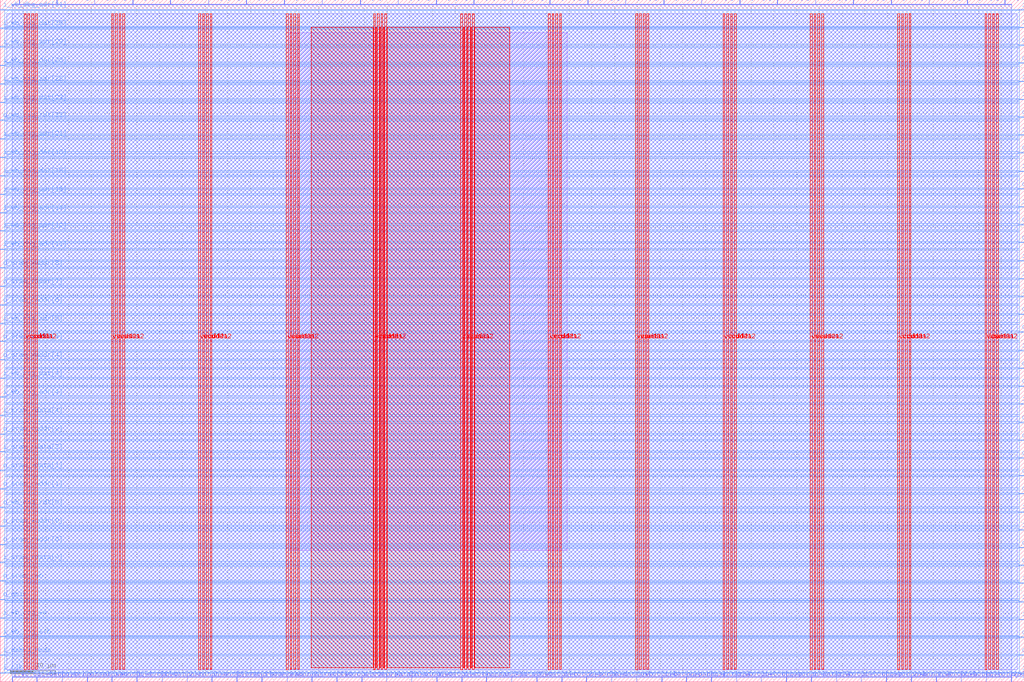
<source format=lef>
VERSION 5.7 ;
  NOWIREEXTENSIONATPIN ON ;
  DIVIDERCHAR "/" ;
  BUSBITCHARS "[]" ;
MACRO subservient
  CLASS BLOCK ;
  FOREIGN subservient ;
  ORIGIN 0.000 0.000 ;
  SIZE 900.000 BY 600.000 ;
  PIN i_clk
    DIRECTION INPUT ;
    USE SIGNAL ;
    PORT
      LAYER met3 ;
        RECT 0.000 7.520 4.000 8.120 ;
    END
  END i_clk
  PIN i_debug_mode
    DIRECTION INPUT ;
    USE SIGNAL ;
    PORT
      LAYER met3 ;
        RECT 0.000 23.160 4.000 23.760 ;
    END
  END i_debug_mode
  PIN i_rst
    DIRECTION INPUT ;
    USE SIGNAL ;
    PORT
      LAYER met3 ;
        RECT 896.000 7.520 900.000 8.120 ;
    END
  END i_rst
  PIN i_sram_rdata[0]
    DIRECTION INPUT ;
    USE SIGNAL ;
    PORT
      LAYER met3 ;
        RECT 0.000 104.760 4.000 105.360 ;
    END
  END i_sram_rdata[0]
  PIN i_sram_rdata[1]
    DIRECTION INPUT ;
    USE SIGNAL ;
    PORT
      LAYER met3 ;
        RECT 896.000 54.440 900.000 55.040 ;
    END
  END i_sram_rdata[1]
  PIN i_sram_rdata[2]
    DIRECTION INPUT ;
    USE SIGNAL ;
    PORT
      LAYER met3 ;
        RECT 0.000 202.000 4.000 202.600 ;
    END
  END i_sram_rdata[2]
  PIN i_sram_rdata[3]
    DIRECTION INPUT ;
    USE SIGNAL ;
    PORT
      LAYER met2 ;
        RECT 149.590 596.000 149.870 600.000 ;
    END
  END i_sram_rdata[3]
  PIN i_sram_rdata[4]
    DIRECTION INPUT ;
    USE SIGNAL ;
    PORT
      LAYER met3 ;
        RECT 0.000 233.960 4.000 234.560 ;
    END
  END i_sram_rdata[4]
  PIN i_sram_rdata[5]
    DIRECTION INPUT ;
    USE SIGNAL ;
    PORT
      LAYER met3 ;
        RECT 896.000 133.320 900.000 133.920 ;
    END
  END i_sram_rdata[5]
  PIN i_sram_rdata[6]
    DIRECTION INPUT ;
    USE SIGNAL ;
    PORT
      LAYER met2 ;
        RECT 317.950 0.000 318.230 4.000 ;
    END
  END i_sram_rdata[6]
  PIN i_sram_rdata[7]
    DIRECTION INPUT ;
    USE SIGNAL ;
    PORT
      LAYER met2 ;
        RECT 282.990 596.000 283.270 600.000 ;
    END
  END i_sram_rdata[7]
  PIN i_wb_dbg_adr[0]
    DIRECTION INPUT ;
    USE SIGNAL ;
    PORT
      LAYER met2 ;
        RECT 49.770 596.000 50.050 600.000 ;
    END
  END i_wb_dbg_adr[0]
  PIN i_wb_dbg_adr[10]
    DIRECTION INPUT ;
    USE SIGNAL ;
    PORT
      LAYER met3 ;
        RECT 896.000 291.080 900.000 291.680 ;
    END
  END i_wb_dbg_adr[10]
  PIN i_wb_dbg_adr[11]
    DIRECTION INPUT ;
    USE SIGNAL ;
    PORT
      LAYER met3 ;
        RECT 0.000 380.160 4.000 380.760 ;
    END
  END i_wb_dbg_adr[11]
  PIN i_wb_dbg_adr[12]
    DIRECTION INPUT ;
    USE SIGNAL ;
    PORT
      LAYER met3 ;
        RECT 0.000 396.480 4.000 397.080 ;
    END
  END i_wb_dbg_adr[12]
  PIN i_wb_dbg_adr[13]
    DIRECTION INPUT ;
    USE SIGNAL ;
    PORT
      LAYER met3 ;
        RECT 896.000 338.680 900.000 339.280 ;
    END
  END i_wb_dbg_adr[13]
  PIN i_wb_dbg_adr[14]
    DIRECTION INPUT ;
    USE SIGNAL ;
    PORT
      LAYER met3 ;
        RECT 0.000 412.120 4.000 412.720 ;
    END
  END i_wb_dbg_adr[14]
  PIN i_wb_dbg_adr[15]
    DIRECTION INPUT ;
    USE SIGNAL ;
    PORT
      LAYER met3 ;
        RECT 0.000 428.440 4.000 429.040 ;
    END
  END i_wb_dbg_adr[15]
  PIN i_wb_dbg_adr[16]
    DIRECTION INPUT ;
    USE SIGNAL ;
    PORT
      LAYER met2 ;
        RECT 549.790 596.000 550.070 600.000 ;
    END
  END i_wb_dbg_adr[16]
  PIN i_wb_dbg_adr[17]
    DIRECTION INPUT ;
    USE SIGNAL ;
    PORT
      LAYER met2 ;
        RECT 668.930 0.000 669.210 4.000 ;
    END
  END i_wb_dbg_adr[17]
  PIN i_wb_dbg_adr[18]
    DIRECTION INPUT ;
    USE SIGNAL ;
    PORT
      LAYER met2 ;
        RECT 583.370 596.000 583.650 600.000 ;
    END
  END i_wb_dbg_adr[18]
  PIN i_wb_dbg_adr[19]
    DIRECTION INPUT ;
    USE SIGNAL ;
    PORT
      LAYER met3 ;
        RECT 896.000 369.960 900.000 370.560 ;
    END
  END i_wb_dbg_adr[19]
  PIN i_wb_dbg_adr[1]
    DIRECTION INPUT ;
    USE SIGNAL ;
    PORT
      LAYER met3 ;
        RECT 896.000 70.080 900.000 70.680 ;
    END
  END i_wb_dbg_adr[1]
  PIN i_wb_dbg_adr[20]
    DIRECTION INPUT ;
    USE SIGNAL ;
    PORT
      LAYER met2 ;
        RECT 756.790 0.000 757.070 4.000 ;
    END
  END i_wb_dbg_adr[20]
  PIN i_wb_dbg_adr[21]
    DIRECTION INPUT ;
    USE SIGNAL ;
    PORT
      LAYER met3 ;
        RECT 0.000 477.400 4.000 478.000 ;
    END
  END i_wb_dbg_adr[21]
  PIN i_wb_dbg_adr[22]
    DIRECTION INPUT ;
    USE SIGNAL ;
    PORT
      LAYER met2 ;
        RECT 683.190 596.000 683.470 600.000 ;
    END
  END i_wb_dbg_adr[22]
  PIN i_wb_dbg_adr[23]
    DIRECTION INPUT ;
    USE SIGNAL ;
    PORT
      LAYER met2 ;
        RECT 778.870 0.000 779.150 4.000 ;
    END
  END i_wb_dbg_adr[23]
  PIN i_wb_dbg_adr[24]
    DIRECTION INPUT ;
    USE SIGNAL ;
    PORT
      LAYER met2 ;
        RECT 716.770 596.000 717.050 600.000 ;
    END
  END i_wb_dbg_adr[24]
  PIN i_wb_dbg_adr[25]
    DIRECTION INPUT ;
    USE SIGNAL ;
    PORT
      LAYER met2 ;
        RECT 749.890 596.000 750.170 600.000 ;
    END
  END i_wb_dbg_adr[25]
  PIN i_wb_dbg_adr[26]
    DIRECTION INPUT ;
    USE SIGNAL ;
    PORT
      LAYER met2 ;
        RECT 800.950 0.000 801.230 4.000 ;
    END
  END i_wb_dbg_adr[26]
  PIN i_wb_dbg_adr[27]
    DIRECTION INPUT ;
    USE SIGNAL ;
    PORT
      LAYER met2 ;
        RECT 823.030 0.000 823.310 4.000 ;
    END
  END i_wb_dbg_adr[27]
  PIN i_wb_dbg_adr[28]
    DIRECTION INPUT ;
    USE SIGNAL ;
    PORT
      LAYER met3 ;
        RECT 0.000 525.680 4.000 526.280 ;
    END
  END i_wb_dbg_adr[28]
  PIN i_wb_dbg_adr[29]
    DIRECTION INPUT ;
    USE SIGNAL ;
    PORT
      LAYER met3 ;
        RECT 0.000 558.320 4.000 558.920 ;
    END
  END i_wb_dbg_adr[29]
  PIN i_wb_dbg_adr[2]
    DIRECTION INPUT ;
    USE SIGNAL ;
    PORT
      LAYER met2 ;
        RECT 98.070 0.000 98.350 4.000 ;
    END
  END i_wb_dbg_adr[2]
  PIN i_wb_dbg_adr[30]
    DIRECTION INPUT ;
    USE SIGNAL ;
    PORT
      LAYER met3 ;
        RECT 896.000 575.320 900.000 575.920 ;
    END
  END i_wb_dbg_adr[30]
  PIN i_wb_dbg_adr[31]
    DIRECTION INPUT ;
    USE SIGNAL ;
    PORT
      LAYER met3 ;
        RECT 0.000 590.960 4.000 591.560 ;
    END
  END i_wb_dbg_adr[31]
  PIN i_wb_dbg_adr[3]
    DIRECTION INPUT ;
    USE SIGNAL ;
    PORT
      LAYER met2 ;
        RECT 164.310 0.000 164.590 4.000 ;
    END
  END i_wb_dbg_adr[3]
  PIN i_wb_dbg_adr[4]
    DIRECTION INPUT ;
    USE SIGNAL ;
    PORT
      LAYER met3 ;
        RECT 0.000 250.280 4.000 250.880 ;
    END
  END i_wb_dbg_adr[4]
  PIN i_wb_dbg_adr[5]
    DIRECTION INPUT ;
    USE SIGNAL ;
    PORT
      LAYER met3 ;
        RECT 0.000 314.880 4.000 315.480 ;
    END
  END i_wb_dbg_adr[5]
  PIN i_wb_dbg_adr[6]
    DIRECTION INPUT ;
    USE SIGNAL ;
    PORT
      LAYER met2 ;
        RECT 339.570 0.000 339.850 4.000 ;
    END
  END i_wb_dbg_adr[6]
  PIN i_wb_dbg_adr[7]
    DIRECTION INPUT ;
    USE SIGNAL ;
    PORT
      LAYER met3 ;
        RECT 896.000 244.160 900.000 244.760 ;
    END
  END i_wb_dbg_adr[7]
  PIN i_wb_dbg_adr[8]
    DIRECTION INPUT ;
    USE SIGNAL ;
    PORT
      LAYER met2 ;
        RECT 349.690 596.000 349.970 600.000 ;
    END
  END i_wb_dbg_adr[8]
  PIN i_wb_dbg_adr[9]
    DIRECTION INPUT ;
    USE SIGNAL ;
    PORT
      LAYER met2 ;
        RECT 493.670 0.000 493.950 4.000 ;
    END
  END i_wb_dbg_adr[9]
  PIN i_wb_dbg_dat[0]
    DIRECTION INPUT ;
    USE SIGNAL ;
    PORT
      LAYER met2 ;
        RECT 10.670 0.000 10.950 4.000 ;
    END
  END i_wb_dbg_dat[0]
  PIN i_wb_dbg_dat[10]
    DIRECTION INPUT ;
    USE SIGNAL ;
    PORT
      LAYER met2 ;
        RECT 515.290 0.000 515.570 4.000 ;
    END
  END i_wb_dbg_dat[10]
  PIN i_wb_dbg_dat[11]
    DIRECTION INPUT ;
    USE SIGNAL ;
    PORT
      LAYER met2 ;
        RECT 449.970 596.000 450.250 600.000 ;
    END
  END i_wb_dbg_dat[11]
  PIN i_wb_dbg_dat[12]
    DIRECTION INPUT ;
    USE SIGNAL ;
    PORT
      LAYER met2 ;
        RECT 559.450 0.000 559.730 4.000 ;
    END
  END i_wb_dbg_dat[12]
  PIN i_wb_dbg_dat[13]
    DIRECTION INPUT ;
    USE SIGNAL ;
    PORT
      LAYER met2 ;
        RECT 581.530 0.000 581.810 4.000 ;
    END
  END i_wb_dbg_dat[13]
  PIN i_wb_dbg_dat[14]
    DIRECTION INPUT ;
    USE SIGNAL ;
    PORT
      LAYER met2 ;
        RECT 483.090 596.000 483.370 600.000 ;
    END
  END i_wb_dbg_dat[14]
  PIN i_wb_dbg_dat[15]
    DIRECTION INPUT ;
    USE SIGNAL ;
    PORT
      LAYER met3 ;
        RECT 0.000 444.760 4.000 445.360 ;
    END
  END i_wb_dbg_dat[15]
  PIN i_wb_dbg_dat[16]
    DIRECTION INPUT ;
    USE SIGNAL ;
    PORT
      LAYER met3 ;
        RECT 896.000 354.320 900.000 354.920 ;
    END
  END i_wb_dbg_dat[16]
  PIN i_wb_dbg_dat[17]
    DIRECTION INPUT ;
    USE SIGNAL ;
    PORT
      LAYER met2 ;
        RECT 691.010 0.000 691.290 4.000 ;
    END
  END i_wb_dbg_dat[17]
  PIN i_wb_dbg_dat[18]
    DIRECTION INPUT ;
    USE SIGNAL ;
    PORT
      LAYER met3 ;
        RECT 0.000 461.080 4.000 461.680 ;
    END
  END i_wb_dbg_dat[18]
  PIN i_wb_dbg_dat[19]
    DIRECTION INPUT ;
    USE SIGNAL ;
    PORT
      LAYER met2 ;
        RECT 616.490 596.000 616.770 600.000 ;
    END
  END i_wb_dbg_dat[19]
  PIN i_wb_dbg_dat[1]
    DIRECTION INPUT ;
    USE SIGNAL ;
    PORT
      LAYER met3 ;
        RECT 896.000 86.400 900.000 87.000 ;
    END
  END i_wb_dbg_dat[1]
  PIN i_wb_dbg_dat[20]
    DIRECTION INPUT ;
    USE SIGNAL ;
    PORT
      LAYER met2 ;
        RECT 650.070 596.000 650.350 600.000 ;
    END
  END i_wb_dbg_dat[20]
  PIN i_wb_dbg_dat[21]
    DIRECTION INPUT ;
    USE SIGNAL ;
    PORT
      LAYER met3 ;
        RECT 896.000 417.560 900.000 418.160 ;
    END
  END i_wb_dbg_dat[21]
  PIN i_wb_dbg_dat[22]
    DIRECTION INPUT ;
    USE SIGNAL ;
    PORT
      LAYER met3 ;
        RECT 896.000 448.840 900.000 449.440 ;
    END
  END i_wb_dbg_dat[22]
  PIN i_wb_dbg_dat[23]
    DIRECTION INPUT ;
    USE SIGNAL ;
    PORT
      LAYER met3 ;
        RECT 0.000 509.360 4.000 509.960 ;
    END
  END i_wb_dbg_dat[23]
  PIN i_wb_dbg_dat[24]
    DIRECTION INPUT ;
    USE SIGNAL ;
    PORT
      LAYER met3 ;
        RECT 896.000 480.800 900.000 481.400 ;
    END
  END i_wb_dbg_dat[24]
  PIN i_wb_dbg_dat[25]
    DIRECTION INPUT ;
    USE SIGNAL ;
    PORT
      LAYER met3 ;
        RECT 896.000 512.080 900.000 512.680 ;
    END
  END i_wb_dbg_dat[25]
  PIN i_wb_dbg_dat[26]
    DIRECTION INPUT ;
    USE SIGNAL ;
    PORT
      LAYER met3 ;
        RECT 896.000 527.720 900.000 528.320 ;
    END
  END i_wb_dbg_dat[26]
  PIN i_wb_dbg_dat[27]
    DIRECTION INPUT ;
    USE SIGNAL ;
    PORT
      LAYER met2 ;
        RECT 850.170 596.000 850.450 600.000 ;
    END
  END i_wb_dbg_dat[27]
  PIN i_wb_dbg_dat[28]
    DIRECTION INPUT ;
    USE SIGNAL ;
    PORT
      LAYER met3 ;
        RECT 0.000 542.000 4.000 542.600 ;
    END
  END i_wb_dbg_dat[28]
  PIN i_wb_dbg_dat[29]
    DIRECTION INPUT ;
    USE SIGNAL ;
    PORT
      LAYER met3 ;
        RECT 0.000 574.640 4.000 575.240 ;
    END
  END i_wb_dbg_dat[29]
  PIN i_wb_dbg_dat[2]
    DIRECTION INPUT ;
    USE SIGNAL ;
    PORT
      LAYER met2 ;
        RECT 120.150 0.000 120.430 4.000 ;
    END
  END i_wb_dbg_dat[2]
  PIN i_wb_dbg_dat[30]
    DIRECTION INPUT ;
    USE SIGNAL ;
    PORT
      LAYER met3 ;
        RECT 896.000 590.960 900.000 591.560 ;
    END
  END i_wb_dbg_dat[30]
  PIN i_wb_dbg_dat[31]
    DIRECTION INPUT ;
    USE SIGNAL ;
    PORT
      LAYER met2 ;
        RECT 883.290 596.000 883.570 600.000 ;
    END
  END i_wb_dbg_dat[31]
  PIN i_wb_dbg_dat[3]
    DIRECTION INPUT ;
    USE SIGNAL ;
    PORT
      LAYER met2 ;
        RECT 185.930 0.000 186.210 4.000 ;
    END
  END i_wb_dbg_dat[3]
  PIN i_wb_dbg_dat[4]
    DIRECTION INPUT ;
    USE SIGNAL ;
    PORT
      LAYER met3 ;
        RECT 0.000 266.600 4.000 267.200 ;
    END
  END i_wb_dbg_dat[4]
  PIN i_wb_dbg_dat[5]
    DIRECTION INPUT ;
    USE SIGNAL ;
    PORT
      LAYER met3 ;
        RECT 896.000 148.960 900.000 149.560 ;
    END
  END i_wb_dbg_dat[5]
  PIN i_wb_dbg_dat[6]
    DIRECTION INPUT ;
    USE SIGNAL ;
    PORT
      LAYER met2 ;
        RECT 361.650 0.000 361.930 4.000 ;
    END
  END i_wb_dbg_dat[6]
  PIN i_wb_dbg_dat[7]
    DIRECTION INPUT ;
    USE SIGNAL ;
    PORT
      LAYER met2 ;
        RECT 405.810 0.000 406.090 4.000 ;
    END
  END i_wb_dbg_dat[7]
  PIN i_wb_dbg_dat[8]
    DIRECTION INPUT ;
    USE SIGNAL ;
    PORT
      LAYER met2 ;
        RECT 449.510 0.000 449.790 4.000 ;
    END
  END i_wb_dbg_dat[8]
  PIN i_wb_dbg_dat[9]
    DIRECTION INPUT ;
    USE SIGNAL ;
    PORT
      LAYER met2 ;
        RECT 383.270 596.000 383.550 600.000 ;
    END
  END i_wb_dbg_dat[9]
  PIN i_wb_dbg_sel[0]
    DIRECTION INPUT ;
    USE SIGNAL ;
    PORT
      LAYER met2 ;
        RECT 32.290 0.000 32.570 4.000 ;
    END
  END i_wb_dbg_sel[0]
  PIN i_wb_dbg_sel[1]
    DIRECTION INPUT ;
    USE SIGNAL ;
    PORT
      LAYER met2 ;
        RECT 54.370 0.000 54.650 4.000 ;
    END
  END i_wb_dbg_sel[1]
  PIN i_wb_dbg_sel[2]
    DIRECTION INPUT ;
    USE SIGNAL ;
    PORT
      LAYER met2 ;
        RECT 82.890 596.000 83.170 600.000 ;
    END
  END i_wb_dbg_sel[2]
  PIN i_wb_dbg_sel[3]
    DIRECTION INPUT ;
    USE SIGNAL ;
    PORT
      LAYER met2 ;
        RECT 183.170 596.000 183.450 600.000 ;
    END
  END i_wb_dbg_sel[3]
  PIN i_wb_dbg_stb
    DIRECTION INPUT ;
    USE SIGNAL ;
    PORT
      LAYER met3 ;
        RECT 0.000 39.480 4.000 40.080 ;
    END
  END i_wb_dbg_stb
  PIN i_wb_dbg_we
    DIRECTION INPUT ;
    USE SIGNAL ;
    PORT
      LAYER met3 ;
        RECT 0.000 55.800 4.000 56.400 ;
    END
  END i_wb_dbg_we
  PIN o_gpio
    DIRECTION OUTPUT TRISTATE ;
    USE SIGNAL ;
    PORT
      LAYER met3 ;
        RECT 0.000 72.120 4.000 72.720 ;
    END
  END o_gpio
  PIN o_sram_raddr[0]
    DIRECTION OUTPUT TRISTATE ;
    USE SIGNAL ;
    PORT
      LAYER met3 ;
        RECT 0.000 120.400 4.000 121.000 ;
    END
  END o_sram_raddr[0]
  PIN o_sram_raddr[1]
    DIRECTION OUTPUT TRISTATE ;
    USE SIGNAL ;
    PORT
      LAYER met3 ;
        RECT 0.000 169.360 4.000 169.960 ;
    END
  END o_sram_raddr[1]
  PIN o_sram_raddr[2]
    DIRECTION OUTPUT TRISTATE ;
    USE SIGNAL ;
    PORT
      LAYER met3 ;
        RECT 0.000 217.640 4.000 218.240 ;
    END
  END o_sram_raddr[2]
  PIN o_sram_raddr[3]
    DIRECTION OUTPUT TRISTATE ;
    USE SIGNAL ;
    PORT
      LAYER met2 ;
        RECT 208.010 0.000 208.290 4.000 ;
    END
  END o_sram_raddr[3]
  PIN o_sram_raddr[4]
    DIRECTION OUTPUT TRISTATE ;
    USE SIGNAL ;
    PORT
      LAYER met2 ;
        RECT 273.790 0.000 274.070 4.000 ;
    END
  END o_sram_raddr[4]
  PIN o_sram_raddr[5]
    DIRECTION OUTPUT TRISTATE ;
    USE SIGNAL ;
    PORT
      LAYER met3 ;
        RECT 896.000 165.280 900.000 165.880 ;
    END
  END o_sram_raddr[5]
  PIN o_sram_raddr[6]
    DIRECTION OUTPUT TRISTATE ;
    USE SIGNAL ;
    PORT
      LAYER met3 ;
        RECT 0.000 331.200 4.000 331.800 ;
    END
  END o_sram_raddr[6]
  PIN o_sram_raddr[7]
    DIRECTION OUTPUT TRISTATE ;
    USE SIGNAL ;
    PORT
      LAYER met3 ;
        RECT 0.000 347.520 4.000 348.120 ;
    END
  END o_sram_raddr[7]
  PIN o_sram_raddr[8]
    DIRECTION OUTPUT TRISTATE ;
    USE SIGNAL ;
    PORT
      LAYER met3 ;
        RECT 896.000 275.440 900.000 276.040 ;
    END
  END o_sram_raddr[8]
  PIN o_sram_ren
    DIRECTION OUTPUT TRISTATE ;
    USE SIGNAL ;
    PORT
      LAYER met3 ;
        RECT 0.000 88.440 4.000 89.040 ;
    END
  END o_sram_ren
  PIN o_sram_waddr[0]
    DIRECTION OUTPUT TRISTATE ;
    USE SIGNAL ;
    PORT
      LAYER met3 ;
        RECT 0.000 136.720 4.000 137.320 ;
    END
  END o_sram_waddr[0]
  PIN o_sram_waddr[1]
    DIRECTION OUTPUT TRISTATE ;
    USE SIGNAL ;
    PORT
      LAYER met2 ;
        RECT 76.450 0.000 76.730 4.000 ;
    END
  END o_sram_waddr[1]
  PIN o_sram_waddr[2]
    DIRECTION OUTPUT TRISTATE ;
    USE SIGNAL ;
    PORT
      LAYER met3 ;
        RECT 896.000 117.680 900.000 118.280 ;
    END
  END o_sram_waddr[2]
  PIN o_sram_waddr[3]
    DIRECTION OUTPUT TRISTATE ;
    USE SIGNAL ;
    PORT
      LAYER met2 ;
        RECT 230.090 0.000 230.370 4.000 ;
    END
  END o_sram_waddr[3]
  PIN o_sram_waddr[4]
    DIRECTION OUTPUT TRISTATE ;
    USE SIGNAL ;
    PORT
      LAYER met3 ;
        RECT 0.000 282.920 4.000 283.520 ;
    END
  END o_sram_waddr[4]
  PIN o_sram_waddr[5]
    DIRECTION OUTPUT TRISTATE ;
    USE SIGNAL ;
    PORT
      LAYER met3 ;
        RECT 896.000 180.920 900.000 181.520 ;
    END
  END o_sram_waddr[5]
  PIN o_sram_waddr[6]
    DIRECTION OUTPUT TRISTATE ;
    USE SIGNAL ;
    PORT
      LAYER met2 ;
        RECT 249.870 596.000 250.150 600.000 ;
    END
  END o_sram_waddr[6]
  PIN o_sram_waddr[7]
    DIRECTION OUTPUT TRISTATE ;
    USE SIGNAL ;
    PORT
      LAYER met2 ;
        RECT 316.570 596.000 316.850 600.000 ;
    END
  END o_sram_waddr[7]
  PIN o_sram_waddr[8]
    DIRECTION OUTPUT TRISTATE ;
    USE SIGNAL ;
    PORT
      LAYER met3 ;
        RECT 0.000 363.840 4.000 364.440 ;
    END
  END o_sram_waddr[8]
  PIN o_sram_wdata[0]
    DIRECTION OUTPUT TRISTATE ;
    USE SIGNAL ;
    PORT
      LAYER met3 ;
        RECT 896.000 38.800 900.000 39.400 ;
    END
  END o_sram_wdata[0]
  PIN o_sram_wdata[1]
    DIRECTION OUTPUT TRISTATE ;
    USE SIGNAL ;
    PORT
      LAYER met3 ;
        RECT 0.000 185.680 4.000 186.280 ;
    END
  END o_sram_wdata[1]
  PIN o_sram_wdata[2]
    DIRECTION OUTPUT TRISTATE ;
    USE SIGNAL ;
    PORT
      LAYER met2 ;
        RECT 116.470 596.000 116.750 600.000 ;
    END
  END o_sram_wdata[2]
  PIN o_sram_wdata[3]
    DIRECTION OUTPUT TRISTATE ;
    USE SIGNAL ;
    PORT
      LAYER met2 ;
        RECT 216.290 596.000 216.570 600.000 ;
    END
  END o_sram_wdata[3]
  PIN o_sram_wdata[4]
    DIRECTION OUTPUT TRISTATE ;
    USE SIGNAL ;
    PORT
      LAYER met3 ;
        RECT 0.000 299.240 4.000 299.840 ;
    END
  END o_sram_wdata[4]
  PIN o_sram_wdata[5]
    DIRECTION OUTPUT TRISTATE ;
    USE SIGNAL ;
    PORT
      LAYER met3 ;
        RECT 896.000 196.560 900.000 197.160 ;
    END
  END o_sram_wdata[5]
  PIN o_sram_wdata[6]
    DIRECTION OUTPUT TRISTATE ;
    USE SIGNAL ;
    PORT
      LAYER met3 ;
        RECT 896.000 227.840 900.000 228.440 ;
    END
  END o_sram_wdata[6]
  PIN o_sram_wdata[7]
    DIRECTION OUTPUT TRISTATE ;
    USE SIGNAL ;
    PORT
      LAYER met2 ;
        RECT 427.430 0.000 427.710 4.000 ;
    END
  END o_sram_wdata[7]
  PIN o_sram_wen
    DIRECTION OUTPUT TRISTATE ;
    USE SIGNAL ;
    PORT
      LAYER met2 ;
        RECT 16.650 596.000 16.930 600.000 ;
    END
  END o_sram_wen
  PIN o_wb_dbg_ack
    DIRECTION OUTPUT TRISTATE ;
    USE SIGNAL ;
    PORT
      LAYER met3 ;
        RECT 896.000 23.160 900.000 23.760 ;
    END
  END o_wb_dbg_ack
  PIN o_wb_dbg_rdt[0]
    DIRECTION OUTPUT TRISTATE ;
    USE SIGNAL ;
    PORT
      LAYER met3 ;
        RECT 0.000 153.040 4.000 153.640 ;
    END
  END o_wb_dbg_rdt[0]
  PIN o_wb_dbg_rdt[10]
    DIRECTION OUTPUT TRISTATE ;
    USE SIGNAL ;
    PORT
      LAYER met3 ;
        RECT 896.000 307.400 900.000 308.000 ;
    END
  END o_wb_dbg_rdt[10]
  PIN o_wb_dbg_rdt[11]
    DIRECTION OUTPUT TRISTATE ;
    USE SIGNAL ;
    PORT
      LAYER met2 ;
        RECT 537.370 0.000 537.650 4.000 ;
    END
  END o_wb_dbg_rdt[11]
  PIN o_wb_dbg_rdt[12]
    DIRECTION OUTPUT TRISTATE ;
    USE SIGNAL ;
    PORT
      LAYER met3 ;
        RECT 896.000 323.040 900.000 323.640 ;
    END
  END o_wb_dbg_rdt[12]
  PIN o_wb_dbg_rdt[13]
    DIRECTION OUTPUT TRISTATE ;
    USE SIGNAL ;
    PORT
      LAYER met2 ;
        RECT 603.150 0.000 603.430 4.000 ;
    END
  END o_wb_dbg_rdt[13]
  PIN o_wb_dbg_rdt[14]
    DIRECTION OUTPUT TRISTATE ;
    USE SIGNAL ;
    PORT
      LAYER met2 ;
        RECT 625.230 0.000 625.510 4.000 ;
    END
  END o_wb_dbg_rdt[14]
  PIN o_wb_dbg_rdt[15]
    DIRECTION OUTPUT TRISTATE ;
    USE SIGNAL ;
    PORT
      LAYER met2 ;
        RECT 516.670 596.000 516.950 600.000 ;
    END
  END o_wb_dbg_rdt[15]
  PIN o_wb_dbg_rdt[16]
    DIRECTION OUTPUT TRISTATE ;
    USE SIGNAL ;
    PORT
      LAYER met2 ;
        RECT 647.310 0.000 647.590 4.000 ;
    END
  END o_wb_dbg_rdt[16]
  PIN o_wb_dbg_rdt[17]
    DIRECTION OUTPUT TRISTATE ;
    USE SIGNAL ;
    PORT
      LAYER met2 ;
        RECT 713.090 0.000 713.370 4.000 ;
    END
  END o_wb_dbg_rdt[17]
  PIN o_wb_dbg_rdt[18]
    DIRECTION OUTPUT TRISTATE ;
    USE SIGNAL ;
    PORT
      LAYER met2 ;
        RECT 735.170 0.000 735.450 4.000 ;
    END
  END o_wb_dbg_rdt[18]
  PIN o_wb_dbg_rdt[19]
    DIRECTION OUTPUT TRISTATE ;
    USE SIGNAL ;
    PORT
      LAYER met3 ;
        RECT 896.000 386.280 900.000 386.880 ;
    END
  END o_wb_dbg_rdt[19]
  PIN o_wb_dbg_rdt[1]
    DIRECTION OUTPUT TRISTATE ;
    USE SIGNAL ;
    PORT
      LAYER met3 ;
        RECT 896.000 102.040 900.000 102.640 ;
    END
  END o_wb_dbg_rdt[1]
  PIN o_wb_dbg_rdt[20]
    DIRECTION OUTPUT TRISTATE ;
    USE SIGNAL ;
    PORT
      LAYER met3 ;
        RECT 896.000 401.920 900.000 402.520 ;
    END
  END o_wb_dbg_rdt[20]
  PIN o_wb_dbg_rdt[21]
    DIRECTION OUTPUT TRISTATE ;
    USE SIGNAL ;
    PORT
      LAYER met3 ;
        RECT 896.000 433.200 900.000 433.800 ;
    END
  END o_wb_dbg_rdt[21]
  PIN o_wb_dbg_rdt[22]
    DIRECTION OUTPUT TRISTATE ;
    USE SIGNAL ;
    PORT
      LAYER met3 ;
        RECT 0.000 493.720 4.000 494.320 ;
    END
  END o_wb_dbg_rdt[22]
  PIN o_wb_dbg_rdt[23]
    DIRECTION OUTPUT TRISTATE ;
    USE SIGNAL ;
    PORT
      LAYER met3 ;
        RECT 896.000 465.160 900.000 465.760 ;
    END
  END o_wb_dbg_rdt[23]
  PIN o_wb_dbg_rdt[24]
    DIRECTION OUTPUT TRISTATE ;
    USE SIGNAL ;
    PORT
      LAYER met3 ;
        RECT 896.000 496.440 900.000 497.040 ;
    END
  END o_wb_dbg_rdt[24]
  PIN o_wb_dbg_rdt[25]
    DIRECTION OUTPUT TRISTATE ;
    USE SIGNAL ;
    PORT
      LAYER met2 ;
        RECT 783.470 596.000 783.750 600.000 ;
    END
  END o_wb_dbg_rdt[25]
  PIN o_wb_dbg_rdt[26]
    DIRECTION OUTPUT TRISTATE ;
    USE SIGNAL ;
    PORT
      LAYER met2 ;
        RECT 816.590 596.000 816.870 600.000 ;
    END
  END o_wb_dbg_rdt[26]
  PIN o_wb_dbg_rdt[27]
    DIRECTION OUTPUT TRISTATE ;
    USE SIGNAL ;
    PORT
      LAYER met3 ;
        RECT 896.000 544.040 900.000 544.640 ;
    END
  END o_wb_dbg_rdt[27]
  PIN o_wb_dbg_rdt[28]
    DIRECTION OUTPUT TRISTATE ;
    USE SIGNAL ;
    PORT
      LAYER met2 ;
        RECT 844.650 0.000 844.930 4.000 ;
    END
  END o_wb_dbg_rdt[28]
  PIN o_wb_dbg_rdt[29]
    DIRECTION OUTPUT TRISTATE ;
    USE SIGNAL ;
    PORT
      LAYER met3 ;
        RECT 896.000 559.680 900.000 560.280 ;
    END
  END o_wb_dbg_rdt[29]
  PIN o_wb_dbg_rdt[2]
    DIRECTION OUTPUT TRISTATE ;
    USE SIGNAL ;
    PORT
      LAYER met2 ;
        RECT 142.230 0.000 142.510 4.000 ;
    END
  END o_wb_dbg_rdt[2]
  PIN o_wb_dbg_rdt[30]
    DIRECTION OUTPUT TRISTATE ;
    USE SIGNAL ;
    PORT
      LAYER met2 ;
        RECT 866.730 0.000 867.010 4.000 ;
    END
  END o_wb_dbg_rdt[30]
  PIN o_wb_dbg_rdt[31]
    DIRECTION OUTPUT TRISTATE ;
    USE SIGNAL ;
    PORT
      LAYER met2 ;
        RECT 888.810 0.000 889.090 4.000 ;
    END
  END o_wb_dbg_rdt[31]
  PIN o_wb_dbg_rdt[3]
    DIRECTION OUTPUT TRISTATE ;
    USE SIGNAL ;
    PORT
      LAYER met2 ;
        RECT 252.170 0.000 252.450 4.000 ;
    END
  END o_wb_dbg_rdt[3]
  PIN o_wb_dbg_rdt[4]
    DIRECTION OUTPUT TRISTATE ;
    USE SIGNAL ;
    PORT
      LAYER met2 ;
        RECT 295.870 0.000 296.150 4.000 ;
    END
  END o_wb_dbg_rdt[4]
  PIN o_wb_dbg_rdt[5]
    DIRECTION OUTPUT TRISTATE ;
    USE SIGNAL ;
    PORT
      LAYER met3 ;
        RECT 896.000 212.200 900.000 212.800 ;
    END
  END o_wb_dbg_rdt[5]
  PIN o_wb_dbg_rdt[6]
    DIRECTION OUTPUT TRISTATE ;
    USE SIGNAL ;
    PORT
      LAYER met2 ;
        RECT 383.730 0.000 384.010 4.000 ;
    END
  END o_wb_dbg_rdt[6]
  PIN o_wb_dbg_rdt[7]
    DIRECTION OUTPUT TRISTATE ;
    USE SIGNAL ;
    PORT
      LAYER met3 ;
        RECT 896.000 259.800 900.000 260.400 ;
    END
  END o_wb_dbg_rdt[7]
  PIN o_wb_dbg_rdt[8]
    DIRECTION OUTPUT TRISTATE ;
    USE SIGNAL ;
    PORT
      LAYER met2 ;
        RECT 471.590 0.000 471.870 4.000 ;
    END
  END o_wb_dbg_rdt[8]
  PIN o_wb_dbg_rdt[9]
    DIRECTION OUTPUT TRISTATE ;
    USE SIGNAL ;
    PORT
      LAYER met2 ;
        RECT 416.390 596.000 416.670 600.000 ;
    END
  END o_wb_dbg_rdt[9]
  PIN vccd1
    DIRECTION INOUT ;
    USE POWER ;
    PORT
      LAYER met4 ;
        RECT 789.040 10.640 790.640 587.760 ;
    END
  END vccd1
  PIN vccd1
    DIRECTION INOUT ;
    USE POWER ;
    PORT
      LAYER met4 ;
        RECT 635.440 10.640 637.040 587.760 ;
    END
  END vccd1
  PIN vccd1
    DIRECTION INOUT ;
    USE POWER ;
    PORT
      LAYER met4 ;
        RECT 481.840 10.640 483.440 587.760 ;
    END
  END vccd1
  PIN vccd1
    DIRECTION INOUT ;
    USE POWER ;
    PORT
      LAYER met4 ;
        RECT 328.240 10.640 329.840 587.760 ;
    END
  END vccd1
  PIN vccd1
    DIRECTION INOUT ;
    USE POWER ;
    PORT
      LAYER met4 ;
        RECT 174.640 10.640 176.240 587.760 ;
    END
  END vccd1
  PIN vccd1
    DIRECTION INOUT ;
    USE POWER ;
    PORT
      LAYER met4 ;
        RECT 21.040 10.640 22.640 587.760 ;
    END
  END vccd1
  PIN vssd1
    DIRECTION INOUT ;
    USE GROUND ;
    PORT
      LAYER met4 ;
        RECT 865.840 10.640 867.440 587.760 ;
    END
  END vssd1
  PIN vssd1
    DIRECTION INOUT ;
    USE GROUND ;
    PORT
      LAYER met4 ;
        RECT 712.240 10.640 713.840 587.760 ;
    END
  END vssd1
  PIN vssd1
    DIRECTION INOUT ;
    USE GROUND ;
    PORT
      LAYER met4 ;
        RECT 558.640 10.640 560.240 587.760 ;
    END
  END vssd1
  PIN vssd1
    DIRECTION INOUT ;
    USE GROUND ;
    PORT
      LAYER met4 ;
        RECT 405.040 10.640 406.640 587.760 ;
    END
  END vssd1
  PIN vssd1
    DIRECTION INOUT ;
    USE GROUND ;
    PORT
      LAYER met4 ;
        RECT 251.440 10.640 253.040 587.760 ;
    END
  END vssd1
  PIN vssd1
    DIRECTION INOUT ;
    USE GROUND ;
    PORT
      LAYER met4 ;
        RECT 97.840 10.640 99.440 587.760 ;
    END
  END vssd1
  PIN vccd2
    DIRECTION INOUT ;
    USE POWER ;
    PORT
      LAYER met4 ;
        RECT 792.340 10.880 793.940 587.520 ;
    END
  END vccd2
  PIN vccd2
    DIRECTION INOUT ;
    USE POWER ;
    PORT
      LAYER met4 ;
        RECT 638.740 10.880 640.340 587.520 ;
    END
  END vccd2
  PIN vccd2
    DIRECTION INOUT ;
    USE POWER ;
    PORT
      LAYER met4 ;
        RECT 485.140 10.880 486.740 587.520 ;
    END
  END vccd2
  PIN vccd2
    DIRECTION INOUT ;
    USE POWER ;
    PORT
      LAYER met4 ;
        RECT 331.540 10.880 333.140 587.520 ;
    END
  END vccd2
  PIN vccd2
    DIRECTION INOUT ;
    USE POWER ;
    PORT
      LAYER met4 ;
        RECT 177.940 10.880 179.540 587.520 ;
    END
  END vccd2
  PIN vccd2
    DIRECTION INOUT ;
    USE POWER ;
    PORT
      LAYER met4 ;
        RECT 24.340 10.880 25.940 587.520 ;
    END
  END vccd2
  PIN vssd2
    DIRECTION INOUT ;
    USE GROUND ;
    PORT
      LAYER met4 ;
        RECT 869.140 10.880 870.740 587.520 ;
    END
  END vssd2
  PIN vssd2
    DIRECTION INOUT ;
    USE GROUND ;
    PORT
      LAYER met4 ;
        RECT 715.540 10.880 717.140 587.520 ;
    END
  END vssd2
  PIN vssd2
    DIRECTION INOUT ;
    USE GROUND ;
    PORT
      LAYER met4 ;
        RECT 561.940 10.880 563.540 587.520 ;
    END
  END vssd2
  PIN vssd2
    DIRECTION INOUT ;
    USE GROUND ;
    PORT
      LAYER met4 ;
        RECT 408.340 10.880 409.940 587.520 ;
    END
  END vssd2
  PIN vssd2
    DIRECTION INOUT ;
    USE GROUND ;
    PORT
      LAYER met4 ;
        RECT 254.740 10.880 256.340 587.520 ;
    END
  END vssd2
  PIN vssd2
    DIRECTION INOUT ;
    USE GROUND ;
    PORT
      LAYER met4 ;
        RECT 101.140 10.880 102.740 587.520 ;
    END
  END vssd2
  PIN vdda1
    DIRECTION INOUT ;
    USE POWER ;
    PORT
      LAYER met4 ;
        RECT 795.640 10.880 797.240 587.520 ;
    END
  END vdda1
  PIN vdda1
    DIRECTION INOUT ;
    USE POWER ;
    PORT
      LAYER met4 ;
        RECT 642.040 10.880 643.640 587.520 ;
    END
  END vdda1
  PIN vdda1
    DIRECTION INOUT ;
    USE POWER ;
    PORT
      LAYER met4 ;
        RECT 488.440 10.880 490.040 587.520 ;
    END
  END vdda1
  PIN vdda1
    DIRECTION INOUT ;
    USE POWER ;
    PORT
      LAYER met4 ;
        RECT 334.840 10.880 336.440 587.520 ;
    END
  END vdda1
  PIN vdda1
    DIRECTION INOUT ;
    USE POWER ;
    PORT
      LAYER met4 ;
        RECT 181.240 10.880 182.840 587.520 ;
    END
  END vdda1
  PIN vdda1
    DIRECTION INOUT ;
    USE POWER ;
    PORT
      LAYER met4 ;
        RECT 27.640 10.880 29.240 587.520 ;
    END
  END vdda1
  PIN vssa1
    DIRECTION INOUT ;
    USE GROUND ;
    PORT
      LAYER met4 ;
        RECT 872.440 10.880 874.040 587.520 ;
    END
  END vssa1
  PIN vssa1
    DIRECTION INOUT ;
    USE GROUND ;
    PORT
      LAYER met4 ;
        RECT 718.840 10.880 720.440 587.520 ;
    END
  END vssa1
  PIN vssa1
    DIRECTION INOUT ;
    USE GROUND ;
    PORT
      LAYER met4 ;
        RECT 565.240 10.880 566.840 587.520 ;
    END
  END vssa1
  PIN vssa1
    DIRECTION INOUT ;
    USE GROUND ;
    PORT
      LAYER met4 ;
        RECT 411.640 10.880 413.240 587.520 ;
    END
  END vssa1
  PIN vssa1
    DIRECTION INOUT ;
    USE GROUND ;
    PORT
      LAYER met4 ;
        RECT 258.040 10.880 259.640 587.520 ;
    END
  END vssa1
  PIN vssa1
    DIRECTION INOUT ;
    USE GROUND ;
    PORT
      LAYER met4 ;
        RECT 104.440 10.880 106.040 587.520 ;
    END
  END vssa1
  PIN vdda2
    DIRECTION INOUT ;
    USE POWER ;
    PORT
      LAYER met4 ;
        RECT 798.940 10.880 800.540 587.520 ;
    END
  END vdda2
  PIN vdda2
    DIRECTION INOUT ;
    USE POWER ;
    PORT
      LAYER met4 ;
        RECT 645.340 10.880 646.940 587.520 ;
    END
  END vdda2
  PIN vdda2
    DIRECTION INOUT ;
    USE POWER ;
    PORT
      LAYER met4 ;
        RECT 491.740 10.880 493.340 587.520 ;
    END
  END vdda2
  PIN vdda2
    DIRECTION INOUT ;
    USE POWER ;
    PORT
      LAYER met4 ;
        RECT 338.140 10.880 339.740 587.520 ;
    END
  END vdda2
  PIN vdda2
    DIRECTION INOUT ;
    USE POWER ;
    PORT
      LAYER met4 ;
        RECT 184.540 10.880 186.140 587.520 ;
    END
  END vdda2
  PIN vdda2
    DIRECTION INOUT ;
    USE POWER ;
    PORT
      LAYER met4 ;
        RECT 30.940 10.880 32.540 587.520 ;
    END
  END vdda2
  PIN vssa2
    DIRECTION INOUT ;
    USE GROUND ;
    PORT
      LAYER met4 ;
        RECT 875.740 10.880 877.340 587.520 ;
    END
  END vssa2
  PIN vssa2
    DIRECTION INOUT ;
    USE GROUND ;
    PORT
      LAYER met4 ;
        RECT 722.140 10.880 723.740 587.520 ;
    END
  END vssa2
  PIN vssa2
    DIRECTION INOUT ;
    USE GROUND ;
    PORT
      LAYER met4 ;
        RECT 568.540 10.880 570.140 587.520 ;
    END
  END vssa2
  PIN vssa2
    DIRECTION INOUT ;
    USE GROUND ;
    PORT
      LAYER met4 ;
        RECT 414.940 10.880 416.540 587.520 ;
    END
  END vssa2
  PIN vssa2
    DIRECTION INOUT ;
    USE GROUND ;
    PORT
      LAYER met4 ;
        RECT 261.340 10.880 262.940 587.520 ;
    END
  END vssa2
  PIN vssa2
    DIRECTION INOUT ;
    USE GROUND ;
    PORT
      LAYER met4 ;
        RECT 107.740 10.880 109.340 587.520 ;
    END
  END vssa2
  OBS
      LAYER li1 ;
        RECT 253.145 115.685 498.495 570.775 ;
      LAYER met1 ;
        RECT 5.520 10.640 894.240 587.760 ;
      LAYER met2 ;
        RECT 10.680 595.720 16.370 596.000 ;
        RECT 17.210 595.720 49.490 596.000 ;
        RECT 50.330 595.720 82.610 596.000 ;
        RECT 83.450 595.720 116.190 596.000 ;
        RECT 117.030 595.720 149.310 596.000 ;
        RECT 150.150 595.720 182.890 596.000 ;
        RECT 183.730 595.720 216.010 596.000 ;
        RECT 216.850 595.720 249.590 596.000 ;
        RECT 250.430 595.720 282.710 596.000 ;
        RECT 283.550 595.720 316.290 596.000 ;
        RECT 317.130 595.720 349.410 596.000 ;
        RECT 350.250 595.720 382.990 596.000 ;
        RECT 383.830 595.720 416.110 596.000 ;
        RECT 416.950 595.720 449.690 596.000 ;
        RECT 450.530 595.720 482.810 596.000 ;
        RECT 483.650 595.720 516.390 596.000 ;
        RECT 517.230 595.720 549.510 596.000 ;
        RECT 550.350 595.720 583.090 596.000 ;
        RECT 583.930 595.720 616.210 596.000 ;
        RECT 617.050 595.720 649.790 596.000 ;
        RECT 650.630 595.720 682.910 596.000 ;
        RECT 683.750 595.720 716.490 596.000 ;
        RECT 717.330 595.720 749.610 596.000 ;
        RECT 750.450 595.720 783.190 596.000 ;
        RECT 784.030 595.720 816.310 596.000 ;
        RECT 817.150 595.720 849.890 596.000 ;
        RECT 850.730 595.720 883.010 596.000 ;
        RECT 883.850 595.720 889.080 596.000 ;
        RECT 10.680 4.280 889.080 595.720 ;
        RECT 11.230 4.000 32.010 4.280 ;
        RECT 32.850 4.000 54.090 4.280 ;
        RECT 54.930 4.000 76.170 4.280 ;
        RECT 77.010 4.000 97.790 4.280 ;
        RECT 98.630 4.000 119.870 4.280 ;
        RECT 120.710 4.000 141.950 4.280 ;
        RECT 142.790 4.000 164.030 4.280 ;
        RECT 164.870 4.000 185.650 4.280 ;
        RECT 186.490 4.000 207.730 4.280 ;
        RECT 208.570 4.000 229.810 4.280 ;
        RECT 230.650 4.000 251.890 4.280 ;
        RECT 252.730 4.000 273.510 4.280 ;
        RECT 274.350 4.000 295.590 4.280 ;
        RECT 296.430 4.000 317.670 4.280 ;
        RECT 318.510 4.000 339.290 4.280 ;
        RECT 340.130 4.000 361.370 4.280 ;
        RECT 362.210 4.000 383.450 4.280 ;
        RECT 384.290 4.000 405.530 4.280 ;
        RECT 406.370 4.000 427.150 4.280 ;
        RECT 427.990 4.000 449.230 4.280 ;
        RECT 450.070 4.000 471.310 4.280 ;
        RECT 472.150 4.000 493.390 4.280 ;
        RECT 494.230 4.000 515.010 4.280 ;
        RECT 515.850 4.000 537.090 4.280 ;
        RECT 537.930 4.000 559.170 4.280 ;
        RECT 560.010 4.000 581.250 4.280 ;
        RECT 582.090 4.000 602.870 4.280 ;
        RECT 603.710 4.000 624.950 4.280 ;
        RECT 625.790 4.000 647.030 4.280 ;
        RECT 647.870 4.000 668.650 4.280 ;
        RECT 669.490 4.000 690.730 4.280 ;
        RECT 691.570 4.000 712.810 4.280 ;
        RECT 713.650 4.000 734.890 4.280 ;
        RECT 735.730 4.000 756.510 4.280 ;
        RECT 757.350 4.000 778.590 4.280 ;
        RECT 779.430 4.000 800.670 4.280 ;
        RECT 801.510 4.000 822.750 4.280 ;
        RECT 823.590 4.000 844.370 4.280 ;
        RECT 845.210 4.000 866.450 4.280 ;
        RECT 867.290 4.000 888.530 4.280 ;
      LAYER met3 ;
        RECT 4.400 590.560 895.600 591.425 ;
        RECT 4.000 576.320 896.000 590.560 ;
        RECT 4.000 575.640 895.600 576.320 ;
        RECT 4.400 574.920 895.600 575.640 ;
        RECT 4.400 574.240 896.000 574.920 ;
        RECT 4.000 560.680 896.000 574.240 ;
        RECT 4.000 559.320 895.600 560.680 ;
        RECT 4.400 559.280 895.600 559.320 ;
        RECT 4.400 557.920 896.000 559.280 ;
        RECT 4.000 545.040 896.000 557.920 ;
        RECT 4.000 543.640 895.600 545.040 ;
        RECT 4.000 543.000 896.000 543.640 ;
        RECT 4.400 541.600 896.000 543.000 ;
        RECT 4.000 528.720 896.000 541.600 ;
        RECT 4.000 527.320 895.600 528.720 ;
        RECT 4.000 526.680 896.000 527.320 ;
        RECT 4.400 525.280 896.000 526.680 ;
        RECT 4.000 513.080 896.000 525.280 ;
        RECT 4.000 511.680 895.600 513.080 ;
        RECT 4.000 510.360 896.000 511.680 ;
        RECT 4.400 508.960 896.000 510.360 ;
        RECT 4.000 497.440 896.000 508.960 ;
        RECT 4.000 496.040 895.600 497.440 ;
        RECT 4.000 494.720 896.000 496.040 ;
        RECT 4.400 493.320 896.000 494.720 ;
        RECT 4.000 481.800 896.000 493.320 ;
        RECT 4.000 480.400 895.600 481.800 ;
        RECT 4.000 478.400 896.000 480.400 ;
        RECT 4.400 477.000 896.000 478.400 ;
        RECT 4.000 466.160 896.000 477.000 ;
        RECT 4.000 464.760 895.600 466.160 ;
        RECT 4.000 462.080 896.000 464.760 ;
        RECT 4.400 460.680 896.000 462.080 ;
        RECT 4.000 449.840 896.000 460.680 ;
        RECT 4.000 448.440 895.600 449.840 ;
        RECT 4.000 445.760 896.000 448.440 ;
        RECT 4.400 444.360 896.000 445.760 ;
        RECT 4.000 434.200 896.000 444.360 ;
        RECT 4.000 432.800 895.600 434.200 ;
        RECT 4.000 429.440 896.000 432.800 ;
        RECT 4.400 428.040 896.000 429.440 ;
        RECT 4.000 418.560 896.000 428.040 ;
        RECT 4.000 417.160 895.600 418.560 ;
        RECT 4.000 413.120 896.000 417.160 ;
        RECT 4.400 411.720 896.000 413.120 ;
        RECT 4.000 402.920 896.000 411.720 ;
        RECT 4.000 401.520 895.600 402.920 ;
        RECT 4.000 397.480 896.000 401.520 ;
        RECT 4.400 396.080 896.000 397.480 ;
        RECT 4.000 387.280 896.000 396.080 ;
        RECT 4.000 385.880 895.600 387.280 ;
        RECT 4.000 381.160 896.000 385.880 ;
        RECT 4.400 379.760 896.000 381.160 ;
        RECT 4.000 370.960 896.000 379.760 ;
        RECT 4.000 369.560 895.600 370.960 ;
        RECT 4.000 364.840 896.000 369.560 ;
        RECT 4.400 363.440 896.000 364.840 ;
        RECT 4.000 355.320 896.000 363.440 ;
        RECT 4.000 353.920 895.600 355.320 ;
        RECT 4.000 348.520 896.000 353.920 ;
        RECT 4.400 347.120 896.000 348.520 ;
        RECT 4.000 339.680 896.000 347.120 ;
        RECT 4.000 338.280 895.600 339.680 ;
        RECT 4.000 332.200 896.000 338.280 ;
        RECT 4.400 330.800 896.000 332.200 ;
        RECT 4.000 324.040 896.000 330.800 ;
        RECT 4.000 322.640 895.600 324.040 ;
        RECT 4.000 315.880 896.000 322.640 ;
        RECT 4.400 314.480 896.000 315.880 ;
        RECT 4.000 308.400 896.000 314.480 ;
        RECT 4.000 307.000 895.600 308.400 ;
        RECT 4.000 300.240 896.000 307.000 ;
        RECT 4.400 298.840 896.000 300.240 ;
        RECT 4.000 292.080 896.000 298.840 ;
        RECT 4.000 290.680 895.600 292.080 ;
        RECT 4.000 283.920 896.000 290.680 ;
        RECT 4.400 282.520 896.000 283.920 ;
        RECT 4.000 276.440 896.000 282.520 ;
        RECT 4.000 275.040 895.600 276.440 ;
        RECT 4.000 267.600 896.000 275.040 ;
        RECT 4.400 266.200 896.000 267.600 ;
        RECT 4.000 260.800 896.000 266.200 ;
        RECT 4.000 259.400 895.600 260.800 ;
        RECT 4.000 251.280 896.000 259.400 ;
        RECT 4.400 249.880 896.000 251.280 ;
        RECT 4.000 245.160 896.000 249.880 ;
        RECT 4.000 243.760 895.600 245.160 ;
        RECT 4.000 234.960 896.000 243.760 ;
        RECT 4.400 233.560 896.000 234.960 ;
        RECT 4.000 228.840 896.000 233.560 ;
        RECT 4.000 227.440 895.600 228.840 ;
        RECT 4.000 218.640 896.000 227.440 ;
        RECT 4.400 217.240 896.000 218.640 ;
        RECT 4.000 213.200 896.000 217.240 ;
        RECT 4.000 211.800 895.600 213.200 ;
        RECT 4.000 203.000 896.000 211.800 ;
        RECT 4.400 201.600 896.000 203.000 ;
        RECT 4.000 197.560 896.000 201.600 ;
        RECT 4.000 196.160 895.600 197.560 ;
        RECT 4.000 186.680 896.000 196.160 ;
        RECT 4.400 185.280 896.000 186.680 ;
        RECT 4.000 181.920 896.000 185.280 ;
        RECT 4.000 180.520 895.600 181.920 ;
        RECT 4.000 170.360 896.000 180.520 ;
        RECT 4.400 168.960 896.000 170.360 ;
        RECT 4.000 166.280 896.000 168.960 ;
        RECT 4.000 164.880 895.600 166.280 ;
        RECT 4.000 154.040 896.000 164.880 ;
        RECT 4.400 152.640 896.000 154.040 ;
        RECT 4.000 149.960 896.000 152.640 ;
        RECT 4.000 148.560 895.600 149.960 ;
        RECT 4.000 137.720 896.000 148.560 ;
        RECT 4.400 136.320 896.000 137.720 ;
        RECT 4.000 134.320 896.000 136.320 ;
        RECT 4.000 132.920 895.600 134.320 ;
        RECT 4.000 121.400 896.000 132.920 ;
        RECT 4.400 120.000 896.000 121.400 ;
        RECT 4.000 118.680 896.000 120.000 ;
        RECT 4.000 117.280 895.600 118.680 ;
        RECT 4.000 105.760 896.000 117.280 ;
        RECT 4.400 104.360 896.000 105.760 ;
        RECT 4.000 103.040 896.000 104.360 ;
        RECT 4.000 101.640 895.600 103.040 ;
        RECT 4.000 89.440 896.000 101.640 ;
        RECT 4.400 88.040 896.000 89.440 ;
        RECT 4.000 87.400 896.000 88.040 ;
        RECT 4.000 86.000 895.600 87.400 ;
        RECT 4.000 73.120 896.000 86.000 ;
        RECT 4.400 71.720 896.000 73.120 ;
        RECT 4.000 71.080 896.000 71.720 ;
        RECT 4.000 69.680 895.600 71.080 ;
        RECT 4.000 56.800 896.000 69.680 ;
        RECT 4.400 55.440 896.000 56.800 ;
        RECT 4.400 55.400 895.600 55.440 ;
        RECT 4.000 54.040 895.600 55.400 ;
        RECT 4.000 40.480 896.000 54.040 ;
        RECT 4.400 39.800 896.000 40.480 ;
        RECT 4.400 39.080 895.600 39.800 ;
        RECT 4.000 38.400 895.600 39.080 ;
        RECT 4.000 24.160 896.000 38.400 ;
        RECT 4.400 22.760 895.600 24.160 ;
        RECT 4.000 8.520 896.000 22.760 ;
        RECT 4.400 7.655 895.600 8.520 ;
      LAYER met4 ;
        RECT 273.535 12.415 327.840 575.785 ;
        RECT 330.240 12.415 331.140 575.785 ;
        RECT 333.540 12.415 334.440 575.785 ;
        RECT 336.840 12.415 337.740 575.785 ;
        RECT 340.140 12.415 404.640 575.785 ;
        RECT 407.040 12.415 407.940 575.785 ;
        RECT 410.340 12.415 411.240 575.785 ;
        RECT 413.640 12.415 414.540 575.785 ;
        RECT 416.940 12.415 447.745 575.785 ;
  END
END subservient
END LIBRARY


</source>
